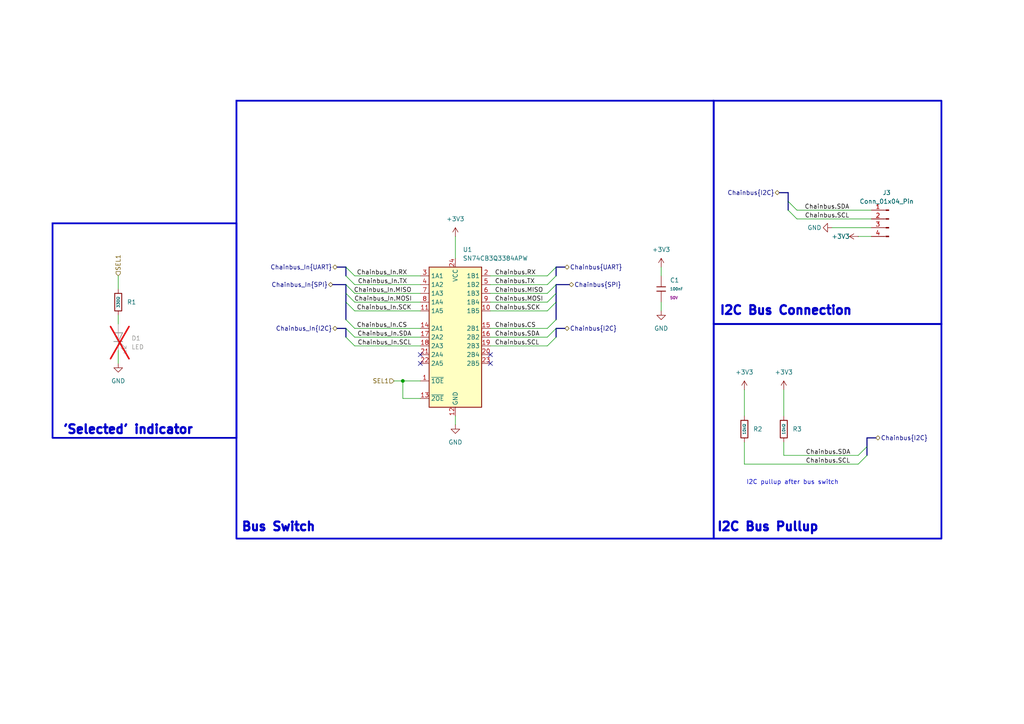
<source format=kicad_sch>
(kicad_sch (version 20250114) (generator "eeschema") (generator_version "9.0")
  (paper "A4")
  (title_block (title "MMS3 Stepper Controler") (date "2026-02-25") (rev "R0") (comment 1 "Made by Wojciech Szafrański") (comment 2 "Designed in poland") (comment 3 "MMS3 Hat based on Chainbus"))
  (lib_symbols
    (symbol "74xx:SN74CB3Q3384APW"
      (property "Reference" "U" (at -7.62 22.86 0))
      (property "Value" "SN74CB3Q3384APW" (at 10.16 22.86 0))
      (symbol "SN74CB3Q3384APW_0_1"
        (pin tri_state line (at -10.16 17.78 0) (length 2.54) (name "1A1") (number "3"))
        (pin tri_state line (at -10.16 15.24 0) (length 2.54) (name "1A2") (number "4"))
        (pin tri_state line (at -10.16 12.7 0) (length 2.54) (name "1A3") (number "7"))
        (pin tri_state line (at -10.16 10.16 0) (length 2.54) (name "1A4") (number "8"))
        (pin tri_state line (at -10.16 7.62 0) (length 2.54) (name "1A5") (number "11"))
        (pin tri_state line (at -10.16 2.54 0) (length 2.54) (name "2A1") (number "14"))
        (pin tri_state line (at -10.16 0 0) (length 2.54) (name "2A2") (number "17"))
        (pin tri_state line (at -10.16 -2.54 0) (length 2.54) (name "2A3") (number "18"))
        (pin tri_state line (at -10.16 -5.08 0) (length 2.54) (name "2A4") (number "21"))
        (pin tri_state line (at -10.16 -7.62 0) (length 2.54) (name "2A5") (number "22"))
        (pin input line (at -10.16 -12.7 0) (length 2.54) (name "~{1OE}") (number "1"))
        (pin input line (at -10.16 -17.78 0) (length 2.54) (name "~{2OE}") (number "13"))
        (pin power_in line (at 0 22.86 270) (length 2.54) (name "VCC") (number "24"))
        (pin power_in line (at 0 -22.86 90) (length 2.54) (name "GND") (number "12"))
        (pin tri_state line (at 10.16 17.78 180) (length 2.54) (name "1B1") (number "2"))
        (pin tri_state line (at 10.16 15.24 180) (length 2.54) (name "1B2") (number "5"))
        (pin tri_state line (at 10.16 12.7 180) (length 2.54) (name "1B3") (number "6"))
        (pin tri_state line (at 10.16 10.16 180) (length 2.54) (name "1B4") (number "9"))
        (pin tri_state line (at 10.16 7.62 180) (length 2.54) (name "1B5") (number "10"))
        (pin tri_state line (at 10.16 2.54 180) (length 2.54) (name "2B1") (number "15"))
        (pin tri_state line (at 10.16 0 180) (length 2.54) (name "2B2") (number "16"))
        (pin tri_state line (at 10.16 -2.54 180) (length 2.54) (name "2B3") (number "19"))
        (pin tri_state line (at 10.16 -5.08 180) (length 2.54) (name "2B4") (number "20"))
        (pin tri_state line (at 10.16 -7.62 180) (length 2.54) (name "2B5") (number "23"))
      )
      (symbol "SN74CB3Q3384APW_1_1"
        (rectangle (start -7.62 20.32) (end 7.62 -20.32) (stroke (width 0.254)) (fill (type background)))
      )
    )
    (symbol "Connector:Conn_01x04_Pin" (pin_names (offset 1.016) (hide yes))
      (property "Reference" "J" (at 0 5.08 0))
      (property "Value" "Conn_01x04_Pin" (at 0 -7.62 0))
      (symbol "Conn_01x04_Pin_1_1"
        (rectangle (start 0.8636 2.667) (end 0 2.413) (stroke (width 0.1524)) (fill (type outline)))
        (rectangle (start 0.8636 0.127) (end 0 -0.127) (stroke (width 0.1524)) (fill (type outline)))
        (rectangle (start 0.8636 -2.413) (end 0 -2.667) (stroke (width 0.1524)) (fill (type outline)))
        (rectangle (start 0.8636 -4.953) (end 0 -5.207) (stroke (width 0.1524)) (fill (type outline)))
        (polyline (pts (xy 1.27 2.54) (xy 0.8636 2.54)) (stroke (width 0.1524)))
        (polyline (pts (xy 1.27 0) (xy 0.8636 0)) (stroke (width 0.1524)))
        (polyline (pts (xy 1.27 -2.54) (xy 0.8636 -2.54)) (stroke (width 0.1524)))
        (polyline (pts (xy 1.27 -5.08) (xy 0.8636 -5.08)) (stroke (width 0.1524)))
        (pin passive line (at 5.08 2.54 180) (length 3.81) (name "Pin_1") (number "1"))
        (pin passive line (at 5.08 0 180) (length 3.81) (name "Pin_2") (number "2"))
        (pin passive line (at 5.08 -2.54 180) (length 3.81) (name "Pin_3") (number "3"))
        (pin passive line (at 5.08 -5.08 180) (length 3.81) (name "Pin_4") (number "4"))
      )
    )
    (symbol "Device:LED" (pin_numbers (hide yes)) (pin_names (offset 1.016) (hide yes))
      (property "Reference" "D" (at 0 2.54 0))
      (property "Value" "LED" (at 0 -2.54 0))
      (symbol "LED_0_1"
        (polyline (pts (xy -3.048 -0.762) (xy -4.572 -2.286) (xy -3.81 -2.286) (xy -4.572 -2.286) (xy -4.572 -1.524)))
        (polyline (pts (xy -1.778 -0.762) (xy -3.302 -2.286) (xy -2.54 -2.286) (xy -3.302 -2.286) (xy -3.302 -1.524)))
        (polyline (pts (xy -1.27 0) (xy 1.27 0)))
        (polyline (pts (xy -1.27 -1.27) (xy -1.27 1.27)) (stroke (width 0.254)))
        (polyline (pts (xy 1.27 -1.27) (xy 1.27 1.27) (xy -1.27 0) (xy 1.27 -1.27)) (stroke (width 0.254)))
      )
      (symbol "LED_1_1"
        (pin passive line (at -3.81 0 0) (length 2.54) (name "K") (number "1"))
        (pin passive line (at 3.81 0 180) (length 2.54) (name "A") (number "2"))
      )
    )
    (symbol "PCM_JLCPCB-Capacitors:0603,100nF" (pin_numbers (hide yes)) (pin_names (offset 0))
      (property "Reference" "C" (at 2.032 1.668 0))
      (property "Value" "100nF" (at 2.032 -0.3782 0))
      (property "Voltage Rated" "50V" (at 2.032 -2.0462 0))
      (symbol "0603,100nF_0_1"
        (polyline (pts (xy -1.27 0.635) (xy 1.27 0.635)) (stroke (width 0.254)))
        (polyline (pts (xy -1.27 -0.635) (xy 1.27 -0.635)) (stroke (width 0.254)))
      )
      (symbol "0603,100nF_1_1"
        (pin passive line (at 0 3.81 270) (length 3.175) (name "~") (number "1"))
        (pin passive line (at 0 -3.81 90) (length 3.175) (name "~") (number "2"))
      )
    )
    (symbol "PCM_JLCPCB-Resistors:0402,10kΩ" (pin_numbers (hide yes)) (pin_names (offset 0))
      (property "Reference" "R" (at 1.778 0 0))
      (property "Value" "10kΩ" (at 0 0 90))
      (symbol "0402,10kΩ_0_1"
        (rectangle (start -1.016 2.54) (end 1.016 -2.54) (stroke (width 0.254)))
      )
      (symbol "0402,10kΩ_1_1"
        (pin passive line (at 0 3.81 270) (length 1.27) (name "~") (number "1"))
        (pin passive line (at 0 -3.81 90) (length 1.27) (name "~") (number "2"))
      )
    )
    (symbol "PCM_JLCPCB-Resistors:0402,330Ω" (pin_numbers (hide yes)) (pin_names (offset 0))
      (property "Reference" "R" (at 1.778 0 0))
      (property "Value" "330Ω" (at 0 0 90))
      (symbol "0402,330Ω_0_1"
        (rectangle (start -1.016 2.54) (end 1.016 -2.54) (stroke (width 0.254)))
      )
      (symbol "0402,330Ω_1_1"
        (pin passive line (at 0 3.81 270) (length 1.27) (name "~") (number "1"))
        (pin passive line (at 0 -3.81 90) (length 1.27) (name "~") (number "2"))
      )
    )
    (symbol "power:+5V" (power) (pin_numbers (hide yes)) (pin_names (offset 0) (hide yes))
      (property "Value" "+5V" (at 0 3.556 0))
      (symbol "+5V_0_1"
        (polyline (pts (xy -0.762 1.27) (xy 0 2.54)))
        (polyline (pts (xy 0 2.54) (xy 0.762 1.27)))
        (polyline (pts (xy 0 0) (xy 0 2.54)))
      )
      (symbol "+5V_1_1"
        (pin power_in line (at 0 0 90) (length 0) (name "~") (number "1"))
      )
    )
    (symbol "power:GND" (power) (pin_numbers (hide yes)) (pin_names (offset 0) (hide yes))
      (property "Value" "GND" (at 0 -3.81 0))
      (symbol "GND_0_1"
        (polyline (pts (xy 0 0) (xy 0 -1.27) (xy 1.27 -1.27) (xy 0 -2.54) (xy -1.27 -1.27) (xy 0 -1.27)))
      )
      (symbol "GND_1_1"
        (pin power_in line (at 0 0 270) (length 0) (name "~") (number "1"))
      )
    )
  )
  (rectangle (start 68.58 29.21) (end 207.01 156.21) (stroke (width 0.508)))
  (rectangle (start 207.01 29.21) (end 273.05 93.98) (stroke (width 0.508)))
  (rectangle (start 15.24 64.77) (end 68.58 127) (stroke (width 0.508)))
  (rectangle (start 207.01 93.98) (end 273.05 156.21) (stroke (width 0.508)))
  (text "Bus Switch" (at 69.85 152.908 0) (effects (font (size 2.54 2.54) (thickness 0.762) (bold yes)) (justify left)))
  (text "'Selected' indicator" (at 18.034 124.714 0) (effects (font (size 2.54 2.54) (thickness 0.762) (bold yes)) (justify left)))
  (text "I2C Bus Pullup" (at 207.772 152.908 0) (effects (font (size 2.54 2.54) (thickness 0.762) (bold yes)) (justify left)))
  (text "I2C pullup after bus switch\n" (at 229.87 139.954 0) (effects (font (size 1.27 1.27))))
  (text "I2C Bus Connection" (at 208.534 90.17 0) (effects (font (size 2.54 2.54) (thickness 0.762) (bold yes)) (justify left)))
  (junction (at 116.84 110.49))
  (no_connect (at 142.24 102.87))
  (no_connect (at 121.92 102.87))
  (no_connect (at 121.92 105.41))
  (no_connect (at 142.24 105.41))
  (bus_entry (at 100.33 95.25) (size 2.54 2.54))
  (bus_entry (at 228.6 58.42) (size 2.54 2.54))
  (bus_entry (at 100.33 80.01) (size 2.54 2.54))
  (bus_entry (at 161.29 92.71) (size -2.54 2.54))
  (bus_entry (at 161.29 77.47) (size -2.54 2.54))
  (bus_entry (at 251.46 132.08) (size -2.54 2.54))
  (bus_entry (at 161.29 80.01) (size -2.54 2.54))
  (bus_entry (at 161.29 97.79) (size -2.54 2.54))
  (bus_entry (at 100.33 77.47) (size 2.54 2.54))
  (bus_entry (at 251.46 129.54) (size -2.54 2.54))
  (bus_entry (at 100.33 92.71) (size 2.54 2.54))
  (bus_entry (at 100.33 97.79) (size 2.54 2.54))
  (bus_entry (at 100.33 87.63) (size 2.54 2.54))
  (bus_entry (at 161.29 85.09) (size -2.54 2.54))
  (bus_entry (at 161.29 87.63) (size -2.54 2.54))
  (bus_entry (at 100.33 85.09) (size 2.54 2.54))
  (bus_entry (at 228.6 60.96) (size 2.54 2.54))
  (bus_entry (at 161.29 95.25) (size -2.54 2.54))
  (bus_entry (at 100.33 82.55) (size 2.54 2.54))
  (bus_entry (at 161.29 82.55) (size -2.54 2.54))
  (bus (pts (xy 161.29 95.25) (xy 161.29 97.79)))
  (bus (pts (xy 161.29 77.47) (xy 161.29 80.01)))
  (bus (pts (xy 226.06 55.88) (xy 228.6 55.88)))
  (bus (pts (xy 100.33 95.25) (xy 100.33 97.79)))
  (wire (pts (xy 34.29 80.01) (xy 34.29 83.82)))
  (wire (pts (xy 252.73 66.04) (xy 241.3 66.04)))
  (bus (pts (xy 251.46 129.54) (xy 251.46 132.08)))
  (wire (pts (xy 34.29 101.6) (xy 34.29 105.41)))
  (wire (pts (xy 116.84 115.57) (xy 116.84 110.49)))
  (bus (pts (xy 254 127) (xy 251.46 127)))
  (wire (pts (xy 215.9 134.62) (xy 248.92 134.62)))
  (wire (pts (xy 227.33 120.65) (xy 227.33 113.03)))
  (wire (pts (xy 102.87 87.63) (xy 121.92 87.63)))
  (bus (pts (xy 165.1 82.55) (xy 161.29 82.55)))
  (wire (pts (xy 215.9 134.62) (xy 215.9 128.27)))
  (wire (pts (xy 102.87 85.09) (xy 121.92 85.09)))
  (wire (pts (xy 142.24 85.09) (xy 158.75 85.09)))
  (wire (pts (xy 252.73 60.96) (xy 231.14 60.96)))
  (wire (pts (xy 191.77 77.47) (xy 191.77 80.01)))
  (wire (pts (xy 142.24 87.63) (xy 158.75 87.63)))
  (wire (pts (xy 121.92 115.57) (xy 116.84 115.57)))
  (wire (pts (xy 132.08 68.58) (xy 132.08 74.93)))
  (wire (pts (xy 142.24 82.55) (xy 158.75 82.55)))
  (wire (pts (xy 142.24 95.25) (xy 158.75 95.25)))
  (wire (pts (xy 142.24 97.79) (xy 158.75 97.79)))
  (bus (pts (xy 228.6 55.88) (xy 228.6 58.42)))
  (wire (pts (xy 227.33 132.08) (xy 227.33 128.27)))
  (wire (pts (xy 191.77 87.63) (xy 191.77 90.17)))
  (wire (pts (xy 102.87 95.25) (xy 121.92 95.25)))
  (wire (pts (xy 132.08 120.65) (xy 132.08 123.19)))
  (wire (pts (xy 114.3 110.49) (xy 116.84 110.49)))
  (bus (pts (xy 161.29 82.55) (xy 161.29 85.09)))
  (bus (pts (xy 161.29 85.09) (xy 161.29 87.63)))
  (wire (pts (xy 227.33 132.08) (xy 248.92 132.08)))
  (wire (pts (xy 142.24 80.01) (xy 158.75 80.01)))
  (bus (pts (xy 161.29 87.63) (xy 161.29 92.71)))
  (wire (pts (xy 142.24 90.17) (xy 158.75 90.17)))
  (bus (pts (xy 97.79 95.25) (xy 100.33 95.25)))
  (bus (pts (xy 96.52 82.55) (xy 100.33 82.55)))
  (wire (pts (xy 142.24 100.33) (xy 158.75 100.33)))
  (bus (pts (xy 163.83 95.25) (xy 161.29 95.25)))
  (wire (pts (xy 116.84 110.49) (xy 121.92 110.49)))
  (wire (pts (xy 248.92 68.58) (xy 252.73 68.58)))
  (bus (pts (xy 100.33 85.09) (xy 100.33 87.63)))
  (bus (pts (xy 163.83 77.47) (xy 161.29 77.47)))
  (wire (pts (xy 102.87 100.33) (xy 121.92 100.33)))
  (wire (pts (xy 102.87 97.79) (xy 121.92 97.79)))
  (bus (pts (xy 100.33 87.63) (xy 100.33 92.71)))
  (bus (pts (xy 97.79 77.47) (xy 100.33 77.47)))
  (wire (pts (xy 231.14 63.5) (xy 252.73 63.5)))
  (bus (pts (xy 251.46 127) (xy 251.46 129.54)))
  (wire (pts (xy 102.87 80.01) (xy 121.92 80.01)))
  (wire (pts (xy 102.87 90.17) (xy 121.92 90.17)))
  (wire (pts (xy 215.9 120.65) (xy 215.9 113.03)))
  (bus (pts (xy 100.33 82.55) (xy 100.33 85.09)))
  (bus (pts (xy 228.6 58.42) (xy 228.6 60.96)))
  (bus (pts (xy 100.33 77.47) (xy 100.33 80.01)))
  (wire (pts (xy 102.87 82.55) (xy 121.92 82.55)))
  (wire (pts (xy 34.29 91.44) (xy 34.29 93.98)))
  (label "Chainbus_In.RX" (at 118.11 80.01 180))
  (label "Chainbus.MOSI" (at 143.51 87.63 0))
  (label "Chainbus_In.MOSI" (at 119.4991 87.63 180))
  (label "Chainbus.SCL" (at 143.51 100.33 0))
  (label "Chainbus_In.SDA" (at 119.38 97.79 180))
  (label "Chainbus.SCK" (at 143.51 90.17 0))
  (label "Chainbus.SDA" (at 233.68 132.08 0))
  (label "Chainbus_In.MISO" (at 119.38 85.09 180))
  (label "Chainbus.SCL" (at 233.68 134.62 0))
  (label "Chainbus_In.TX" (at 118.11 82.55 180))
  (label "Chainbus.RX" (at 143.51 80.01 0))
  (label "Chainbus_In.SCK" (at 119.38 90.17 180))
  (label "Chainbus.MISO" (at 143.51 85.09 0))
  (label "Chainbus.SCL" (at 246.38 63.5 180))
  (label "Chainbus.TX" (at 143.51 82.55 0))
  (label "Chainbus.SDA" (at 246.38 60.96 180))
  (label "Chainbus_In.CS" (at 118.11 95.25 180))
  (label "Chainbus_In.SCL" (at 119.38 100.33 180))
  (label "Chainbus.SDA" (at 143.51 97.79 0))
  (label "Chainbus.CS" (at 143.51 95.25 0))
  (hierarchical_label "Chainbus{I2C}" (shape bidirectional) (at 226.06 55.88 180))
  (hierarchical_label "Chainbus{I2C}" (shape bidirectional) (at 254 127 0))
  (hierarchical_label "Chainbus{SPI}" (shape bidirectional) (at 165.1 82.55 0))
  (hierarchical_label "Chainbus_In{UART}" (shape bidirectional) (at 97.79 77.47 180))
  (hierarchical_label "SEL1" (shape input) (at 114.3 110.49 180))
  (hierarchical_label "Chainbus{UART}" (shape bidirectional) (at 163.83 77.47 0))
  (hierarchical_label "Chainbus_In{I2C}" (shape bidirectional) (at 97.79 95.25 180))
  (hierarchical_label "Chainbus{I2C}" (shape bidirectional) (at 163.83 95.25 0))
  (hierarchical_label "Chainbus_In{SPI}" (shape bidirectional) (at 96.52 82.55 180))
  (hierarchical_label "SEL1" (shape input) (at 34.29 80.01 90))
  (symbol (lib_id "PCM_JLCPCB-Resistors:0402,10kΩ") (at 227.33 124.46 0) (unit 1)
    (property "Reference" "R3" (at 229.87 124.4599 0) (effects (justify left)))
    (property "Value" "10kΩ" (at 227.33 124.46 90) (effects (font (size 0.8 0.8))))
    (property "Footprint" "PCM_JLCPCB:R_0402" (effects (hide yes)))
    (property "Datasheet" "https://www.lcsc.com/datasheet/lcsc_datasheet_2411221126_UNI-ROYAL-Uniroyal-Elec-0402WGF1002TCE_C25744.pdf" (effects (hide yes)))
    (property "Description" "62.5mW Thick Film Resistors 50V ±100ppm/°C ±1% 10kΩ 0402 Chip Resistor - Surface Mount ROHS" (effects (hide yes)))
    (property "LCSC" "C25744" (effects (hide yes)))
    (property "Stock" "24372091" (effects (hide yes)))
    (property "Price" "0.004USD" (effects (hide yes)))
    (property "Process" "SMT" (effects (hide yes)))
    (property "Minimum Qty" "20" (effects (hide yes)))
    (property "Attrition Qty" "10" (effects (hide yes)))
    (property "Class" "Basic Component" (effects (hide yes)))
    (property "Category" "Resistors,Chip Resistor - Surface Mount" (effects (hide yes)))
    (property "Manufacturer" "UNI-ROYAL(Uniroyal Elec)" (effects (hide yes)))
    (property "Part" "0402WGF1002TCE" (effects (hide yes)))
    (property "Resistance" "10kΩ" (effects (hide yes)))
    (property "Power(Watts)" "62.5mW" (effects (hide yes)))
    (property "Type" "Thick Film Resistors" (effects (hide yes)))
    (property "Overload Voltage (Max)" "50V" (effects (hide yes)))
    (property "Operating Temperature Range" "-55°C~+155°C" (effects (hide yes)))
    (property "Tolerance" "±1%" (effects (hide yes)))
    (property "Temperature Coefficient" "±100ppm/°C" (effects (hide yes)))
  )
  (symbol (lib_id "Device:LED") (at 34.29 97.79 90) (unit 1) (dnp yes)
    (property "Reference" "D1" (at 38.1 98.1074 90) (effects (justify right)))
    (property "Value" "LED" (at 38.1 100.6474 90) (effects (justify right)))
    (property "Footprint" "LED_SMD:LED_0603_1608Metric" (effects (hide yes)))
    (property "Description" "Light emitting diode" (effects (hide yes)))
    (property "Sim.Pins" "1=K 2=A" (effects (hide yes)))
  )
  (symbol (lib_id "power:+5V") (at 248.92 68.58 90) (unit 1)
    (property "Reference" "#PWR038" (effects (hide yes)))
    (property "Value" "+3V3" (at 243.84 68.58 90))
    (property "Description" "Power symbol creates a global label with name \"+5V\"" (effects (hide yes)))
  )
  (symbol (lib_id "Connector:Conn_01x04_Pin") (at 257.81 63.5 0) (mirror y) (unit 1)
    (property "Reference" "J3" (at 257.175 55.88 0))
    (property "Value" "Conn_01x04_Pin" (at 257.175 58.42 0))
    (property "Footprint" "Connector_PinHeader_2.54mm:PinHeader_1x04_P2.54mm_Vertical" (effects (hide yes)))
    (property "Description" "Generic connector, single row, 01x04, script generated" (effects (hide yes)))
  )
  (symbol (lib_id "power:+5V") (at 132.08 68.58 0) (unit 1)
    (property "Reference" "#PWR031" (effects (hide yes)))
    (property "Value" "+3V3" (at 132.08 63.5 0))
    (property "Description" "Power symbol creates a global label with name \"+5V\"" (effects (hide yes)))
  )
  (symbol (lib_id "power:+5V") (at 191.77 77.47 0) (unit 1)
    (property "Reference" "#PWR033" (effects (hide yes)))
    (property "Value" "+3V3" (at 191.77 72.39 0))
    (property "Description" "Power symbol creates a global label with name \"+5V\"" (effects (hide yes)))
  )
  (symbol (lib_id "power:+5V") (at 215.9 113.03 0) (unit 1)
    (property "Reference" "#PWR035" (effects (hide yes)))
    (property "Value" "+3V3" (at 215.9 107.95 0))
    (property "Description" "Power symbol creates a global label with name \"+5V\"" (effects (hide yes)))
  )
  (symbol (lib_id "power:GND") (at 34.29 105.41 0) (unit 1)
    (property "Reference" "#PWR030" (effects (hide yes)))
    (property "Value" "GND" (at 34.29 110.49 0))
    (property "Description" "Power symbol creates a global label with name \"GND\" , ground" (effects (hide yes)))
  )
  (symbol (lib_id "power:GND") (at 132.08 123.19 0) (unit 1)
    (property "Reference" "#PWR032" (effects (hide yes)))
    (property "Value" "GND" (at 132.08 128.27 0))
    (property "Description" "Power symbol creates a global label with name \"GND\" , ground" (effects (hide yes)))
  )
  (symbol (lib_id "PCM_JLCPCB-Resistors:0402,330Ω") (at 34.29 87.63 0) (unit 1)
    (property "Reference" "R1" (at 36.83 87.6299 0) (effects (justify left)))
    (property "Value" "330Ω" (at 34.29 87.63 90) (effects (font (size 0.8 0.8))))
    (property "Footprint" "PCM_JLCPCB:R_0402" (effects (hide yes)))
    (property "Datasheet" "https://www.lcsc.com/datasheet/lcsc_datasheet_2205311900_UNI-ROYAL-Uniroyal-Elec-0402WGF3300TCE_C25104.pdf" (effects (hide yes)))
    (property "Description" "62.5mW Thick Film Resistors 50V ±100ppm/°C ±1% 330Ω 0402 Chip Resistor - Surface Mount ROHS" (effects (hide yes)))
    (property "LCSC" "C25104" (effects (hide yes)))
    (property "Stock" "1159127" (effects (hide yes)))
    (property "Price" "0.004USD" (effects (hide yes)))
    (property "Process" "SMT" (effects (hide yes)))
    (property "Minimum Qty" "20" (effects (hide yes)))
    (property "Attrition Qty" "10" (effects (hide yes)))
    (property "Class" "Basic Component" (effects (hide yes)))
    (property "Category" "Resistors,Chip Resistor - Surface Mount" (effects (hide yes)))
    (property "Manufacturer" "UNI-ROYAL(Uniroyal Elec)" (effects (hide yes)))
    (property "Part" "0402WGF3300TCE" (effects (hide yes)))
    (property "Resistance" "330Ω" (effects (hide yes)))
    (property "Power(Watts)" "62.5mW" (effects (hide yes)))
    (property "Type" "Thick Film Resistors" (effects (hide yes)))
    (property "Overload Voltage (Max)" "50V" (effects (hide yes)))
    (property "Operating Temperature Range" "-55°C~+155°C" (effects (hide yes)))
    (property "Tolerance" "±1%" (effects (hide yes)))
    (property "Temperature Coefficient" "±100ppm/°C" (effects (hide yes)))
  )
  (symbol (lib_id "PCM_JLCPCB-Resistors:0402,10kΩ") (at 215.9 124.46 0) (unit 1)
    (property "Reference" "R2" (at 218.44 124.4599 0) (effects (justify left)))
    (property "Value" "10kΩ" (at 215.9 124.46 90) (effects (font (size 0.8 0.8))))
    (property "Footprint" "PCM_JLCPCB:R_0402" (effects (hide yes)))
    (property "Datasheet" "https://www.lcsc.com/datasheet/lcsc_datasheet_2411221126_UNI-ROYAL-Uniroyal-Elec-0402WGF1002TCE_C25744.pdf" (effects (hide yes)))
    (property "Description" "62.5mW Thick Film Resistors 50V ±100ppm/°C ±1% 10kΩ 0402 Chip Resistor - Surface Mount ROHS" (effects (hide yes)))
    (property "LCSC" "C25744" (effects (hide yes)))
    (property "Stock" "24372091" (effects (hide yes)))
    (property "Price" "0.004USD" (effects (hide yes)))
    (property "Process" "SMT" (effects (hide yes)))
    (property "Minimum Qty" "20" (effects (hide yes)))
    (property "Attrition Qty" "10" (effects (hide yes)))
    (property "Class" "Basic Component" (effects (hide yes)))
    (property "Category" "Resistors,Chip Resistor - Surface Mount" (effects (hide yes)))
    (property "Manufacturer" "UNI-ROYAL(Uniroyal Elec)" (effects (hide yes)))
    (property "Part" "0402WGF1002TCE" (effects (hide yes)))
    (property "Resistance" "10kΩ" (effects (hide yes)))
    (property "Power(Watts)" "62.5mW" (effects (hide yes)))
    (property "Type" "Thick Film Resistors" (effects (hide yes)))
    (property "Overload Voltage (Max)" "50V" (effects (hide yes)))
    (property "Operating Temperature Range" "-55°C~+155°C" (effects (hide yes)))
    (property "Tolerance" "±1%" (effects (hide yes)))
    (property "Temperature Coefficient" "±100ppm/°C" (effects (hide yes)))
  )
  (symbol (lib_id "power:GND") (at 191.77 90.17 0) (unit 1)
    (property "Reference" "#PWR034" (effects (hide yes)))
    (property "Value" "GND" (at 191.77 95.25 0))
    (property "Description" "Power symbol creates a global label with name \"GND\" , ground" (effects (hide yes)))
  )
  (symbol (lib_id "power:GND") (at 241.3 66.04 270) (mirror x) (unit 1)
    (property "Reference" "#PWR037" (effects (hide yes)))
    (property "Value" "GND" (at 236.22 66.04 90))
    (property "Description" "Power symbol creates a global label with name \"GND\" , ground" (effects (hide yes)))
  )
  (symbol (lib_id "power:+5V") (at 227.33 113.03 0) (unit 1)
    (property "Reference" "#PWR036" (effects (hide yes)))
    (property "Value" "+3V3" (at 227.33 107.95 0))
    (property "Description" "Power symbol creates a global label with name \"+5V\"" (effects (hide yes)))
  )
  (symbol (lib_id "74xx:SN74CB3Q3384APW") (at 132.08 97.79 0) (unit 1)
    (property "Reference" "U1" (at 134.2233 72.39 0) (effects (justify left)))
    (property "Value" "SN74CB3Q3384APW" (at 134.2233 74.93 0) (effects (justify left)))
    (property "Footprint" "Package_SO:TSSOP-24_4.4x7.8mm_P0.65mm" (effects (hide yes)))
    (property "Datasheet" "https://www.ti.com/lit/ds/symlink/sn74cb3q3384a.pdf?ts=1634790233466" (effects (hide yes)))
    (property "Description" "FET Bus Switch, 10bit, 500MHz, 3.3V, TSSOP-24" (effects (hide yes)))
    (property "LCSC" "C469874" (effects (hide yes)))
  )
  (symbol (lib_id "PCM_JLCPCB-Capacitors:0603,100nF") (at 191.77 83.82 0) (unit 1)
    (property "Reference" "C1" (at 194.31 81.2799 0) (effects (justify left)))
    (property "Value" "100nF" (at 194.31 83.82 0) (effects (font (size 0.8 0.8)) (justify left)))
    (property "Footprint" "PCM_JLCPCB:C_0603" (effects (hide yes)))
    (property "Datasheet" "https://www.lcsc.com/datasheet/lcsc_datasheet_2211101700_YAGEO-CC0603KRX7R9BB104_C14663.pdf" (effects (hide yes)))
    (property "Description" "50V 100nF X7R ±10% 0603 Multilayer Ceramic Capacitors MLCC - SMD/SMT ROHS" (effects (hide yes)))
    (property "LCSC" "C14663" (effects (hide yes)))
    (property "Stock" "70324515" (effects (hide yes)))
    (property "Price" "0.006USD" (effects (hide yes)))
    (property "Process" "SMT" (effects (hide yes)))
    (property "Minimum Qty" "20" (effects (hide yes)))
    (property "Attrition Qty" "10" (effects (hide yes)))
    (property "Class" "Basic Component" (effects (hide yes)))
    (property "Category" "Capacitors,Multilayer Ceramic Capacitors MLCC - SMD/SMT" (effects (hide yes)))
    (property "Manufacturer" "YAGEO" (effects (hide yes)))
    (property "Part" "CC0603KRX7R9BB104" (effects (hide yes)))
    (property "Voltage Rated" "50V" (at 194.31 86.36 0) (effects (font (size 0.8 0.8)) (justify left)))
    (property "Tolerance" "±10%" (effects (hide yes)))
    (property "Capacitance" "100nF" (effects (hide yes)))
    (property "Temperature Coefficient" "X7R" (effects (hide yes)))
  )
)
</source>
